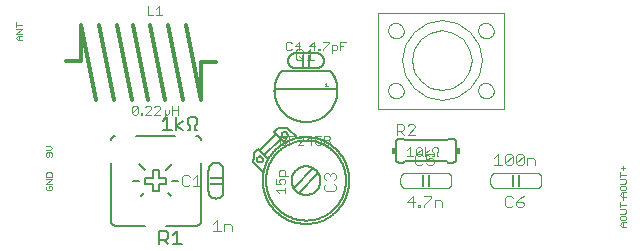
<source format=gto>
G75*
%MOIN*%
%OFA0B0*%
%FSLAX25Y25*%
%IPPOS*%
%LPD*%
%AMOC8*
5,1,8,0,0,1.08239X$1,22.5*
%
%ADD10C,0.00200*%
%ADD11C,0.00500*%
%ADD12R,0.04000X0.01000*%
%ADD13C,0.00300*%
%ADD14R,0.01000X0.04000*%
%ADD15C,0.00400*%
%ADD16C,0.00004*%
%ADD17C,0.00100*%
%ADD18C,0.00600*%
%ADD19R,0.01500X0.02000*%
%ADD20C,0.01200*%
D10*
X0014565Y0021485D02*
X0016033Y0021485D01*
X0016400Y0021852D01*
X0016400Y0022586D01*
X0016033Y0022953D01*
X0015299Y0022953D01*
X0015299Y0022219D01*
X0014565Y0021485D02*
X0014198Y0021852D01*
X0014198Y0022586D01*
X0014565Y0022953D01*
X0014198Y0023695D02*
X0016400Y0025163D01*
X0014198Y0025163D01*
X0014198Y0025905D02*
X0014198Y0027006D01*
X0014565Y0027373D01*
X0016033Y0027373D01*
X0016400Y0027006D01*
X0016400Y0025905D01*
X0014198Y0025905D01*
X0014198Y0023695D02*
X0016400Y0023695D01*
X0016033Y0032590D02*
X0016400Y0032957D01*
X0016400Y0033691D01*
X0016033Y0034058D01*
X0014565Y0034058D01*
X0014198Y0033691D01*
X0014198Y0032957D01*
X0014565Y0032590D01*
X0014932Y0032590D01*
X0015299Y0032957D01*
X0015299Y0034058D01*
X0015666Y0034800D02*
X0014198Y0034800D01*
X0015666Y0034800D02*
X0016400Y0035534D01*
X0015666Y0036268D01*
X0014198Y0036268D01*
X0006400Y0071485D02*
X0004932Y0071485D01*
X0004198Y0072219D01*
X0004932Y0072953D01*
X0006400Y0072953D01*
X0006400Y0073695D02*
X0004198Y0073695D01*
X0006400Y0075163D01*
X0004198Y0075163D01*
X0004198Y0075905D02*
X0004198Y0077373D01*
X0004198Y0076639D02*
X0006400Y0076639D01*
X0005299Y0072953D02*
X0005299Y0071485D01*
X0205598Y0027373D02*
X0205598Y0025905D01*
X0205598Y0026639D02*
X0207800Y0026639D01*
X0206699Y0028115D02*
X0206699Y0029583D01*
X0205965Y0028849D02*
X0207433Y0028849D01*
X0207433Y0025163D02*
X0205598Y0025163D01*
X0207433Y0025163D02*
X0207800Y0024796D01*
X0207800Y0024062D01*
X0207433Y0023695D01*
X0205598Y0023695D01*
X0205965Y0022953D02*
X0205598Y0022586D01*
X0205598Y0021852D01*
X0205965Y0021485D01*
X0207433Y0021485D01*
X0207800Y0021852D01*
X0207800Y0022586D01*
X0207433Y0022953D01*
X0205965Y0022953D01*
X0206332Y0020743D02*
X0207800Y0020743D01*
X0206699Y0020743D02*
X0206699Y0019275D01*
X0206699Y0019583D02*
X0206699Y0018115D01*
X0206332Y0019275D02*
X0205598Y0020009D01*
X0206332Y0020743D01*
X0206332Y0019275D02*
X0207800Y0019275D01*
X0205598Y0017373D02*
X0205598Y0015905D01*
X0205598Y0016639D02*
X0207800Y0016639D01*
X0207433Y0015163D02*
X0205598Y0015163D01*
X0207433Y0015163D02*
X0207800Y0014796D01*
X0207800Y0014062D01*
X0207433Y0013695D01*
X0205598Y0013695D01*
X0205965Y0012953D02*
X0205598Y0012586D01*
X0205598Y0011852D01*
X0205965Y0011485D01*
X0207433Y0011485D01*
X0207800Y0011852D01*
X0207800Y0012586D01*
X0207433Y0012953D01*
X0205965Y0012953D01*
X0206332Y0010743D02*
X0207800Y0010743D01*
X0206699Y0010743D02*
X0206699Y0009275D01*
X0206332Y0009275D02*
X0205598Y0010009D01*
X0206332Y0010743D01*
X0206332Y0009275D02*
X0207800Y0009275D01*
D11*
X0105104Y0027107D02*
X0098595Y0020599D01*
X0096991Y0022203D02*
X0103499Y0028712D01*
X0087665Y0024700D02*
X0087669Y0025027D01*
X0087681Y0025354D01*
X0087701Y0025681D01*
X0087729Y0026007D01*
X0087765Y0026332D01*
X0087809Y0026657D01*
X0087861Y0026980D01*
X0087921Y0027302D01*
X0087989Y0027622D01*
X0088065Y0027940D01*
X0088148Y0028257D01*
X0088239Y0028571D01*
X0088338Y0028883D01*
X0088445Y0029192D01*
X0088559Y0029499D01*
X0088680Y0029803D01*
X0088809Y0030104D01*
X0088945Y0030401D01*
X0089089Y0030696D01*
X0089240Y0030986D01*
X0089397Y0031273D01*
X0089562Y0031556D01*
X0089734Y0031834D01*
X0089912Y0032109D01*
X0090098Y0032378D01*
X0090289Y0032644D01*
X0090487Y0032904D01*
X0090692Y0033160D01*
X0090903Y0033410D01*
X0091119Y0033655D01*
X0091342Y0033895D01*
X0091571Y0034129D01*
X0091805Y0034358D01*
X0092045Y0034581D01*
X0092290Y0034797D01*
X0092540Y0035008D01*
X0092796Y0035213D01*
X0093056Y0035411D01*
X0093322Y0035602D01*
X0093591Y0035788D01*
X0093866Y0035966D01*
X0094144Y0036138D01*
X0094427Y0036303D01*
X0094714Y0036460D01*
X0095004Y0036611D01*
X0095299Y0036755D01*
X0095596Y0036891D01*
X0095897Y0037020D01*
X0096201Y0037141D01*
X0096508Y0037255D01*
X0096817Y0037362D01*
X0097129Y0037461D01*
X0097443Y0037552D01*
X0097760Y0037635D01*
X0098078Y0037711D01*
X0098398Y0037779D01*
X0098720Y0037839D01*
X0099043Y0037891D01*
X0099368Y0037935D01*
X0099693Y0037971D01*
X0100019Y0037999D01*
X0100346Y0038019D01*
X0100673Y0038031D01*
X0101000Y0038035D01*
X0101327Y0038031D01*
X0101654Y0038019D01*
X0101981Y0037999D01*
X0102307Y0037971D01*
X0102632Y0037935D01*
X0102957Y0037891D01*
X0103280Y0037839D01*
X0103602Y0037779D01*
X0103922Y0037711D01*
X0104240Y0037635D01*
X0104557Y0037552D01*
X0104871Y0037461D01*
X0105183Y0037362D01*
X0105492Y0037255D01*
X0105799Y0037141D01*
X0106103Y0037020D01*
X0106404Y0036891D01*
X0106701Y0036755D01*
X0106996Y0036611D01*
X0107286Y0036460D01*
X0107573Y0036303D01*
X0107856Y0036138D01*
X0108134Y0035966D01*
X0108409Y0035788D01*
X0108678Y0035602D01*
X0108944Y0035411D01*
X0109204Y0035213D01*
X0109460Y0035008D01*
X0109710Y0034797D01*
X0109955Y0034581D01*
X0110195Y0034358D01*
X0110429Y0034129D01*
X0110658Y0033895D01*
X0110881Y0033655D01*
X0111097Y0033410D01*
X0111308Y0033160D01*
X0111513Y0032904D01*
X0111711Y0032644D01*
X0111902Y0032378D01*
X0112088Y0032109D01*
X0112266Y0031834D01*
X0112438Y0031556D01*
X0112603Y0031273D01*
X0112760Y0030986D01*
X0112911Y0030696D01*
X0113055Y0030401D01*
X0113191Y0030104D01*
X0113320Y0029803D01*
X0113441Y0029499D01*
X0113555Y0029192D01*
X0113662Y0028883D01*
X0113761Y0028571D01*
X0113852Y0028257D01*
X0113935Y0027940D01*
X0114011Y0027622D01*
X0114079Y0027302D01*
X0114139Y0026980D01*
X0114191Y0026657D01*
X0114235Y0026332D01*
X0114271Y0026007D01*
X0114299Y0025681D01*
X0114319Y0025354D01*
X0114331Y0025027D01*
X0114335Y0024700D01*
X0114331Y0024373D01*
X0114319Y0024046D01*
X0114299Y0023719D01*
X0114271Y0023393D01*
X0114235Y0023068D01*
X0114191Y0022743D01*
X0114139Y0022420D01*
X0114079Y0022098D01*
X0114011Y0021778D01*
X0113935Y0021460D01*
X0113852Y0021143D01*
X0113761Y0020829D01*
X0113662Y0020517D01*
X0113555Y0020208D01*
X0113441Y0019901D01*
X0113320Y0019597D01*
X0113191Y0019296D01*
X0113055Y0018999D01*
X0112911Y0018704D01*
X0112760Y0018414D01*
X0112603Y0018127D01*
X0112438Y0017844D01*
X0112266Y0017566D01*
X0112088Y0017291D01*
X0111902Y0017022D01*
X0111711Y0016756D01*
X0111513Y0016496D01*
X0111308Y0016240D01*
X0111097Y0015990D01*
X0110881Y0015745D01*
X0110658Y0015505D01*
X0110429Y0015271D01*
X0110195Y0015042D01*
X0109955Y0014819D01*
X0109710Y0014603D01*
X0109460Y0014392D01*
X0109204Y0014187D01*
X0108944Y0013989D01*
X0108678Y0013798D01*
X0108409Y0013612D01*
X0108134Y0013434D01*
X0107856Y0013262D01*
X0107573Y0013097D01*
X0107286Y0012940D01*
X0106996Y0012789D01*
X0106701Y0012645D01*
X0106404Y0012509D01*
X0106103Y0012380D01*
X0105799Y0012259D01*
X0105492Y0012145D01*
X0105183Y0012038D01*
X0104871Y0011939D01*
X0104557Y0011848D01*
X0104240Y0011765D01*
X0103922Y0011689D01*
X0103602Y0011621D01*
X0103280Y0011561D01*
X0102957Y0011509D01*
X0102632Y0011465D01*
X0102307Y0011429D01*
X0101981Y0011401D01*
X0101654Y0011381D01*
X0101327Y0011369D01*
X0101000Y0011365D01*
X0100673Y0011369D01*
X0100346Y0011381D01*
X0100019Y0011401D01*
X0099693Y0011429D01*
X0099368Y0011465D01*
X0099043Y0011509D01*
X0098720Y0011561D01*
X0098398Y0011621D01*
X0098078Y0011689D01*
X0097760Y0011765D01*
X0097443Y0011848D01*
X0097129Y0011939D01*
X0096817Y0012038D01*
X0096508Y0012145D01*
X0096201Y0012259D01*
X0095897Y0012380D01*
X0095596Y0012509D01*
X0095299Y0012645D01*
X0095004Y0012789D01*
X0094714Y0012940D01*
X0094427Y0013097D01*
X0094144Y0013262D01*
X0093866Y0013434D01*
X0093591Y0013612D01*
X0093322Y0013798D01*
X0093056Y0013989D01*
X0092796Y0014187D01*
X0092540Y0014392D01*
X0092290Y0014603D01*
X0092045Y0014819D01*
X0091805Y0015042D01*
X0091571Y0015271D01*
X0091342Y0015505D01*
X0091119Y0015745D01*
X0090903Y0015990D01*
X0090692Y0016240D01*
X0090487Y0016496D01*
X0090289Y0016756D01*
X0090098Y0017022D01*
X0089912Y0017291D01*
X0089734Y0017566D01*
X0089562Y0017844D01*
X0089397Y0018127D01*
X0089240Y0018414D01*
X0089089Y0018704D01*
X0088945Y0018999D01*
X0088809Y0019296D01*
X0088680Y0019597D01*
X0088559Y0019901D01*
X0088445Y0020208D01*
X0088338Y0020517D01*
X0088239Y0020829D01*
X0088148Y0021143D01*
X0088065Y0021460D01*
X0087989Y0021778D01*
X0087921Y0022098D01*
X0087861Y0022420D01*
X0087809Y0022743D01*
X0087765Y0023068D01*
X0087729Y0023393D01*
X0087701Y0023719D01*
X0087681Y0024046D01*
X0087669Y0024373D01*
X0087665Y0024700D01*
X0086773Y0027658D02*
X0083405Y0031026D01*
X0083518Y0032503D01*
X0083630Y0033979D01*
X0084914Y0035263D01*
X0088261Y0031916D01*
X0087150Y0033161D02*
X0092557Y0038568D01*
X0092893Y0039980D02*
X0092895Y0040043D01*
X0092901Y0040105D01*
X0092911Y0040167D01*
X0092924Y0040229D01*
X0092942Y0040289D01*
X0092963Y0040348D01*
X0092988Y0040406D01*
X0093017Y0040462D01*
X0093049Y0040516D01*
X0093084Y0040568D01*
X0093122Y0040617D01*
X0093164Y0040665D01*
X0093208Y0040709D01*
X0093256Y0040751D01*
X0093305Y0040789D01*
X0093357Y0040824D01*
X0093411Y0040856D01*
X0093467Y0040885D01*
X0093525Y0040910D01*
X0093584Y0040931D01*
X0093644Y0040949D01*
X0093706Y0040962D01*
X0093768Y0040972D01*
X0093830Y0040978D01*
X0093893Y0040980D01*
X0093956Y0040978D01*
X0094018Y0040972D01*
X0094080Y0040962D01*
X0094142Y0040949D01*
X0094202Y0040931D01*
X0094261Y0040910D01*
X0094319Y0040885D01*
X0094375Y0040856D01*
X0094429Y0040824D01*
X0094481Y0040789D01*
X0094530Y0040751D01*
X0094578Y0040709D01*
X0094622Y0040665D01*
X0094664Y0040617D01*
X0094702Y0040568D01*
X0094737Y0040516D01*
X0094769Y0040462D01*
X0094798Y0040406D01*
X0094823Y0040348D01*
X0094844Y0040289D01*
X0094862Y0040229D01*
X0094875Y0040167D01*
X0094885Y0040105D01*
X0094891Y0040043D01*
X0094893Y0039980D01*
X0094891Y0039917D01*
X0094885Y0039855D01*
X0094875Y0039793D01*
X0094862Y0039731D01*
X0094844Y0039671D01*
X0094823Y0039612D01*
X0094798Y0039554D01*
X0094769Y0039498D01*
X0094737Y0039444D01*
X0094702Y0039392D01*
X0094664Y0039343D01*
X0094622Y0039295D01*
X0094578Y0039251D01*
X0094530Y0039209D01*
X0094481Y0039171D01*
X0094429Y0039136D01*
X0094375Y0039104D01*
X0094319Y0039075D01*
X0094261Y0039050D01*
X0094202Y0039029D01*
X0094142Y0039011D01*
X0094080Y0038998D01*
X0094018Y0038988D01*
X0093956Y0038982D01*
X0093893Y0038980D01*
X0093830Y0038982D01*
X0093768Y0038988D01*
X0093706Y0038998D01*
X0093644Y0039011D01*
X0093584Y0039029D01*
X0093525Y0039050D01*
X0093467Y0039075D01*
X0093411Y0039104D01*
X0093357Y0039136D01*
X0093305Y0039171D01*
X0093256Y0039209D01*
X0093208Y0039251D01*
X0093164Y0039295D01*
X0093122Y0039343D01*
X0093084Y0039392D01*
X0093049Y0039444D01*
X0093017Y0039498D01*
X0092988Y0039554D01*
X0092963Y0039612D01*
X0092942Y0039671D01*
X0092924Y0039731D01*
X0092911Y0039793D01*
X0092901Y0039855D01*
X0092895Y0039917D01*
X0092893Y0039980D01*
X0091060Y0040189D02*
X0088279Y0037408D01*
X0088278Y0037408D02*
X0085747Y0034877D01*
X0084640Y0031782D02*
X0084642Y0031845D01*
X0084648Y0031907D01*
X0084658Y0031969D01*
X0084671Y0032031D01*
X0084689Y0032091D01*
X0084710Y0032150D01*
X0084735Y0032208D01*
X0084764Y0032264D01*
X0084796Y0032318D01*
X0084831Y0032370D01*
X0084869Y0032419D01*
X0084911Y0032467D01*
X0084955Y0032511D01*
X0085003Y0032553D01*
X0085052Y0032591D01*
X0085104Y0032626D01*
X0085158Y0032658D01*
X0085214Y0032687D01*
X0085272Y0032712D01*
X0085331Y0032733D01*
X0085391Y0032751D01*
X0085453Y0032764D01*
X0085515Y0032774D01*
X0085577Y0032780D01*
X0085640Y0032782D01*
X0085703Y0032780D01*
X0085765Y0032774D01*
X0085827Y0032764D01*
X0085889Y0032751D01*
X0085949Y0032733D01*
X0086008Y0032712D01*
X0086066Y0032687D01*
X0086122Y0032658D01*
X0086176Y0032626D01*
X0086228Y0032591D01*
X0086277Y0032553D01*
X0086325Y0032511D01*
X0086369Y0032467D01*
X0086411Y0032419D01*
X0086449Y0032370D01*
X0086484Y0032318D01*
X0086516Y0032264D01*
X0086545Y0032208D01*
X0086570Y0032150D01*
X0086591Y0032091D01*
X0086609Y0032031D01*
X0086622Y0031969D01*
X0086632Y0031907D01*
X0086638Y0031845D01*
X0086640Y0031782D01*
X0086638Y0031719D01*
X0086632Y0031657D01*
X0086622Y0031595D01*
X0086609Y0031533D01*
X0086591Y0031473D01*
X0086570Y0031414D01*
X0086545Y0031356D01*
X0086516Y0031300D01*
X0086484Y0031246D01*
X0086449Y0031194D01*
X0086411Y0031145D01*
X0086369Y0031097D01*
X0086325Y0031053D01*
X0086277Y0031011D01*
X0086228Y0030973D01*
X0086176Y0030938D01*
X0086122Y0030906D01*
X0086066Y0030877D01*
X0086008Y0030852D01*
X0085949Y0030831D01*
X0085889Y0030813D01*
X0085827Y0030800D01*
X0085765Y0030790D01*
X0085703Y0030784D01*
X0085640Y0030782D01*
X0085577Y0030784D01*
X0085515Y0030790D01*
X0085453Y0030800D01*
X0085391Y0030813D01*
X0085331Y0030831D01*
X0085272Y0030852D01*
X0085214Y0030877D01*
X0085158Y0030906D01*
X0085104Y0030938D01*
X0085052Y0030973D01*
X0085003Y0031011D01*
X0084955Y0031053D01*
X0084911Y0031097D01*
X0084869Y0031145D01*
X0084831Y0031194D01*
X0084796Y0031246D01*
X0084764Y0031300D01*
X0084735Y0031356D01*
X0084710Y0031414D01*
X0084689Y0031473D01*
X0084671Y0031533D01*
X0084658Y0031595D01*
X0084648Y0031657D01*
X0084642Y0031719D01*
X0084640Y0031782D01*
X0073500Y0028200D02*
X0073500Y0021200D01*
X0071000Y0018700D02*
X0070902Y0018702D01*
X0070804Y0018708D01*
X0070706Y0018717D01*
X0070609Y0018731D01*
X0070512Y0018748D01*
X0070416Y0018769D01*
X0070321Y0018794D01*
X0070227Y0018822D01*
X0070135Y0018855D01*
X0070043Y0018890D01*
X0069953Y0018930D01*
X0069865Y0018972D01*
X0069778Y0019019D01*
X0069694Y0019068D01*
X0069611Y0019121D01*
X0069531Y0019177D01*
X0069452Y0019237D01*
X0069376Y0019299D01*
X0069303Y0019364D01*
X0069232Y0019432D01*
X0069164Y0019503D01*
X0069099Y0019576D01*
X0069037Y0019652D01*
X0068977Y0019731D01*
X0068921Y0019811D01*
X0068868Y0019894D01*
X0068819Y0019978D01*
X0068772Y0020065D01*
X0068730Y0020153D01*
X0068690Y0020243D01*
X0068655Y0020335D01*
X0068622Y0020427D01*
X0068594Y0020521D01*
X0068569Y0020616D01*
X0068548Y0020712D01*
X0068531Y0020809D01*
X0068517Y0020906D01*
X0068508Y0021004D01*
X0068502Y0021102D01*
X0068500Y0021200D01*
X0068500Y0028200D01*
X0071000Y0030700D02*
X0071098Y0030698D01*
X0071196Y0030692D01*
X0071294Y0030683D01*
X0071391Y0030669D01*
X0071488Y0030652D01*
X0071584Y0030631D01*
X0071679Y0030606D01*
X0071773Y0030578D01*
X0071865Y0030545D01*
X0071957Y0030510D01*
X0072047Y0030470D01*
X0072135Y0030428D01*
X0072222Y0030381D01*
X0072306Y0030332D01*
X0072389Y0030279D01*
X0072469Y0030223D01*
X0072548Y0030163D01*
X0072624Y0030101D01*
X0072697Y0030036D01*
X0072768Y0029968D01*
X0072836Y0029897D01*
X0072901Y0029824D01*
X0072963Y0029748D01*
X0073023Y0029669D01*
X0073079Y0029589D01*
X0073132Y0029506D01*
X0073181Y0029422D01*
X0073228Y0029335D01*
X0073270Y0029247D01*
X0073310Y0029157D01*
X0073345Y0029065D01*
X0073378Y0028973D01*
X0073406Y0028879D01*
X0073431Y0028784D01*
X0073452Y0028688D01*
X0073469Y0028591D01*
X0073483Y0028494D01*
X0073492Y0028396D01*
X0073498Y0028298D01*
X0073500Y0028200D01*
X0071000Y0030700D02*
X0070902Y0030698D01*
X0070804Y0030692D01*
X0070706Y0030683D01*
X0070609Y0030669D01*
X0070512Y0030652D01*
X0070416Y0030631D01*
X0070321Y0030606D01*
X0070227Y0030578D01*
X0070135Y0030545D01*
X0070043Y0030510D01*
X0069953Y0030470D01*
X0069865Y0030428D01*
X0069778Y0030381D01*
X0069694Y0030332D01*
X0069611Y0030279D01*
X0069531Y0030223D01*
X0069452Y0030163D01*
X0069376Y0030101D01*
X0069303Y0030036D01*
X0069232Y0029968D01*
X0069164Y0029897D01*
X0069099Y0029824D01*
X0069037Y0029748D01*
X0068977Y0029669D01*
X0068921Y0029589D01*
X0068868Y0029506D01*
X0068819Y0029422D01*
X0068772Y0029335D01*
X0068730Y0029247D01*
X0068690Y0029157D01*
X0068655Y0029065D01*
X0068622Y0028973D01*
X0068594Y0028879D01*
X0068569Y0028784D01*
X0068548Y0028688D01*
X0068531Y0028591D01*
X0068517Y0028494D01*
X0068508Y0028396D01*
X0068502Y0028298D01*
X0068500Y0028200D01*
X0073500Y0021200D02*
X0073498Y0021102D01*
X0073492Y0021004D01*
X0073483Y0020906D01*
X0073469Y0020809D01*
X0073452Y0020712D01*
X0073431Y0020616D01*
X0073406Y0020521D01*
X0073378Y0020427D01*
X0073345Y0020335D01*
X0073310Y0020243D01*
X0073270Y0020153D01*
X0073228Y0020065D01*
X0073181Y0019978D01*
X0073132Y0019894D01*
X0073079Y0019811D01*
X0073023Y0019731D01*
X0072963Y0019652D01*
X0072901Y0019576D01*
X0072836Y0019503D01*
X0072768Y0019432D01*
X0072697Y0019364D01*
X0072624Y0019299D01*
X0072548Y0019237D01*
X0072469Y0019177D01*
X0072389Y0019121D01*
X0072306Y0019068D01*
X0072222Y0019019D01*
X0072135Y0018972D01*
X0072047Y0018930D01*
X0071957Y0018890D01*
X0071865Y0018855D01*
X0071773Y0018822D01*
X0071679Y0018794D01*
X0071584Y0018769D01*
X0071488Y0018748D01*
X0071391Y0018731D01*
X0071294Y0018717D01*
X0071196Y0018708D01*
X0071098Y0018702D01*
X0071000Y0018700D01*
X0070902Y0018702D01*
X0070804Y0018708D01*
X0070706Y0018717D01*
X0070609Y0018731D01*
X0070512Y0018748D01*
X0070416Y0018769D01*
X0070321Y0018794D01*
X0070227Y0018822D01*
X0070135Y0018855D01*
X0070043Y0018890D01*
X0069953Y0018930D01*
X0069865Y0018972D01*
X0069778Y0019019D01*
X0069694Y0019068D01*
X0069611Y0019121D01*
X0069531Y0019177D01*
X0069452Y0019237D01*
X0069376Y0019299D01*
X0069303Y0019364D01*
X0069232Y0019432D01*
X0069164Y0019503D01*
X0069099Y0019576D01*
X0069037Y0019652D01*
X0068977Y0019731D01*
X0068921Y0019811D01*
X0068868Y0019894D01*
X0068819Y0019978D01*
X0068772Y0020065D01*
X0068730Y0020153D01*
X0068690Y0020243D01*
X0068655Y0020335D01*
X0068622Y0020427D01*
X0068594Y0020521D01*
X0068569Y0020616D01*
X0068548Y0020712D01*
X0068531Y0020809D01*
X0068517Y0020906D01*
X0068508Y0021004D01*
X0068502Y0021102D01*
X0068500Y0021200D01*
X0058147Y0007954D02*
X0058147Y0003450D01*
X0056646Y0003450D02*
X0059649Y0003450D01*
X0056646Y0006453D02*
X0058147Y0007954D01*
X0055045Y0007203D02*
X0055045Y0005702D01*
X0054294Y0004951D01*
X0052042Y0004951D01*
X0052042Y0003450D02*
X0052042Y0007954D01*
X0054294Y0007954D01*
X0055045Y0007203D01*
X0053543Y0004951D02*
X0055045Y0003450D01*
X0086556Y0024700D02*
X0086560Y0025054D01*
X0086573Y0025409D01*
X0086595Y0025763D01*
X0086626Y0026116D01*
X0086665Y0026468D01*
X0086712Y0026819D01*
X0086769Y0027169D01*
X0086834Y0027518D01*
X0086907Y0027865D01*
X0086989Y0028210D01*
X0087079Y0028552D01*
X0087178Y0028893D01*
X0087285Y0029231D01*
X0087400Y0029566D01*
X0087524Y0029898D01*
X0087655Y0030227D01*
X0087795Y0030553D01*
X0087943Y0030876D01*
X0088098Y0031194D01*
X0088262Y0031509D01*
X0088432Y0031819D01*
X0088611Y0032126D01*
X0088797Y0032428D01*
X0088990Y0032725D01*
X0089191Y0033017D01*
X0089398Y0033304D01*
X0089613Y0033586D01*
X0089835Y0033863D01*
X0090063Y0034134D01*
X0090298Y0034400D01*
X0090539Y0034660D01*
X0090787Y0034913D01*
X0091040Y0035161D01*
X0091300Y0035402D01*
X0091566Y0035637D01*
X0091837Y0035865D01*
X0092114Y0036087D01*
X0092396Y0036302D01*
X0092683Y0036509D01*
X0092975Y0036710D01*
X0093272Y0036903D01*
X0093574Y0037089D01*
X0093881Y0037268D01*
X0094191Y0037438D01*
X0094506Y0037602D01*
X0094824Y0037757D01*
X0095147Y0037905D01*
X0095473Y0038045D01*
X0095802Y0038176D01*
X0096134Y0038300D01*
X0096469Y0038415D01*
X0096807Y0038522D01*
X0097148Y0038621D01*
X0097490Y0038711D01*
X0097835Y0038793D01*
X0098182Y0038866D01*
X0098531Y0038931D01*
X0098881Y0038988D01*
X0099232Y0039035D01*
X0099584Y0039074D01*
X0099937Y0039105D01*
X0100291Y0039127D01*
X0100646Y0039140D01*
X0101000Y0039144D01*
X0101354Y0039140D01*
X0101709Y0039127D01*
X0102063Y0039105D01*
X0102416Y0039074D01*
X0102768Y0039035D01*
X0103119Y0038988D01*
X0103469Y0038931D01*
X0103818Y0038866D01*
X0104165Y0038793D01*
X0104510Y0038711D01*
X0104852Y0038621D01*
X0105193Y0038522D01*
X0105531Y0038415D01*
X0105866Y0038300D01*
X0106198Y0038176D01*
X0106527Y0038045D01*
X0106853Y0037905D01*
X0107176Y0037757D01*
X0107494Y0037602D01*
X0107809Y0037438D01*
X0108119Y0037268D01*
X0108426Y0037089D01*
X0108728Y0036903D01*
X0109025Y0036710D01*
X0109317Y0036509D01*
X0109604Y0036302D01*
X0109886Y0036087D01*
X0110163Y0035865D01*
X0110434Y0035637D01*
X0110700Y0035402D01*
X0110960Y0035161D01*
X0111213Y0034913D01*
X0111461Y0034660D01*
X0111702Y0034400D01*
X0111937Y0034134D01*
X0112165Y0033863D01*
X0112387Y0033586D01*
X0112602Y0033304D01*
X0112809Y0033017D01*
X0113010Y0032725D01*
X0113203Y0032428D01*
X0113389Y0032126D01*
X0113568Y0031819D01*
X0113738Y0031509D01*
X0113902Y0031194D01*
X0114057Y0030876D01*
X0114205Y0030553D01*
X0114345Y0030227D01*
X0114476Y0029898D01*
X0114600Y0029566D01*
X0114715Y0029231D01*
X0114822Y0028893D01*
X0114921Y0028552D01*
X0115011Y0028210D01*
X0115093Y0027865D01*
X0115166Y0027518D01*
X0115231Y0027169D01*
X0115288Y0026819D01*
X0115335Y0026468D01*
X0115374Y0026116D01*
X0115405Y0025763D01*
X0115427Y0025409D01*
X0115440Y0025054D01*
X0115444Y0024700D01*
X0115440Y0024346D01*
X0115427Y0023991D01*
X0115405Y0023637D01*
X0115374Y0023284D01*
X0115335Y0022932D01*
X0115288Y0022581D01*
X0115231Y0022231D01*
X0115166Y0021882D01*
X0115093Y0021535D01*
X0115011Y0021190D01*
X0114921Y0020848D01*
X0114822Y0020507D01*
X0114715Y0020169D01*
X0114600Y0019834D01*
X0114476Y0019502D01*
X0114345Y0019173D01*
X0114205Y0018847D01*
X0114057Y0018524D01*
X0113902Y0018206D01*
X0113738Y0017891D01*
X0113568Y0017581D01*
X0113389Y0017274D01*
X0113203Y0016972D01*
X0113010Y0016675D01*
X0112809Y0016383D01*
X0112602Y0016096D01*
X0112387Y0015814D01*
X0112165Y0015537D01*
X0111937Y0015266D01*
X0111702Y0015000D01*
X0111461Y0014740D01*
X0111213Y0014487D01*
X0110960Y0014239D01*
X0110700Y0013998D01*
X0110434Y0013763D01*
X0110163Y0013535D01*
X0109886Y0013313D01*
X0109604Y0013098D01*
X0109317Y0012891D01*
X0109025Y0012690D01*
X0108728Y0012497D01*
X0108426Y0012311D01*
X0108119Y0012132D01*
X0107809Y0011962D01*
X0107494Y0011798D01*
X0107176Y0011643D01*
X0106853Y0011495D01*
X0106527Y0011355D01*
X0106198Y0011224D01*
X0105866Y0011100D01*
X0105531Y0010985D01*
X0105193Y0010878D01*
X0104852Y0010779D01*
X0104510Y0010689D01*
X0104165Y0010607D01*
X0103818Y0010534D01*
X0103469Y0010469D01*
X0103119Y0010412D01*
X0102768Y0010365D01*
X0102416Y0010326D01*
X0102063Y0010295D01*
X0101709Y0010273D01*
X0101354Y0010260D01*
X0101000Y0010256D01*
X0100646Y0010260D01*
X0100291Y0010273D01*
X0099937Y0010295D01*
X0099584Y0010326D01*
X0099232Y0010365D01*
X0098881Y0010412D01*
X0098531Y0010469D01*
X0098182Y0010534D01*
X0097835Y0010607D01*
X0097490Y0010689D01*
X0097148Y0010779D01*
X0096807Y0010878D01*
X0096469Y0010985D01*
X0096134Y0011100D01*
X0095802Y0011224D01*
X0095473Y0011355D01*
X0095147Y0011495D01*
X0094824Y0011643D01*
X0094506Y0011798D01*
X0094191Y0011962D01*
X0093881Y0012132D01*
X0093574Y0012311D01*
X0093272Y0012497D01*
X0092975Y0012690D01*
X0092683Y0012891D01*
X0092396Y0013098D01*
X0092114Y0013313D01*
X0091837Y0013535D01*
X0091566Y0013763D01*
X0091300Y0013998D01*
X0091040Y0014239D01*
X0090787Y0014487D01*
X0090539Y0014740D01*
X0090298Y0015000D01*
X0090063Y0015266D01*
X0089835Y0015537D01*
X0089613Y0015814D01*
X0089398Y0016096D01*
X0089191Y0016383D01*
X0088990Y0016675D01*
X0088797Y0016972D01*
X0088611Y0017274D01*
X0088432Y0017581D01*
X0088262Y0017891D01*
X0088098Y0018206D01*
X0087943Y0018524D01*
X0087795Y0018847D01*
X0087655Y0019173D01*
X0087524Y0019502D01*
X0087400Y0019834D01*
X0087285Y0020169D01*
X0087178Y0020507D01*
X0087079Y0020848D01*
X0086989Y0021190D01*
X0086907Y0021535D01*
X0086834Y0021882D01*
X0086769Y0022231D01*
X0086712Y0022581D01*
X0086665Y0022932D01*
X0086626Y0023284D01*
X0086595Y0023637D01*
X0086573Y0023991D01*
X0086560Y0024346D01*
X0086556Y0024700D01*
X0096200Y0024700D02*
X0096202Y0024838D01*
X0096208Y0024977D01*
X0096218Y0025115D01*
X0096232Y0025252D01*
X0096250Y0025389D01*
X0096272Y0025526D01*
X0096297Y0025662D01*
X0096327Y0025797D01*
X0096361Y0025931D01*
X0096398Y0026064D01*
X0096439Y0026196D01*
X0096484Y0026327D01*
X0096533Y0026457D01*
X0096585Y0026585D01*
X0096642Y0026711D01*
X0096701Y0026836D01*
X0096765Y0026959D01*
X0096832Y0027080D01*
X0096902Y0027199D01*
X0096976Y0027316D01*
X0097053Y0027431D01*
X0097133Y0027544D01*
X0097217Y0027654D01*
X0097303Y0027762D01*
X0097393Y0027867D01*
X0097486Y0027970D01*
X0097582Y0028070D01*
X0097680Y0028167D01*
X0097781Y0028261D01*
X0097885Y0028352D01*
X0097992Y0028440D01*
X0098101Y0028526D01*
X0098212Y0028608D01*
X0098326Y0028686D01*
X0098442Y0028762D01*
X0098560Y0028834D01*
X0098680Y0028902D01*
X0098802Y0028967D01*
X0098926Y0029029D01*
X0099052Y0029087D01*
X0099179Y0029141D01*
X0099308Y0029192D01*
X0099438Y0029239D01*
X0099569Y0029282D01*
X0099702Y0029321D01*
X0099836Y0029357D01*
X0099970Y0029388D01*
X0100106Y0029416D01*
X0100242Y0029440D01*
X0100379Y0029460D01*
X0100517Y0029476D01*
X0100654Y0029488D01*
X0100793Y0029496D01*
X0100931Y0029500D01*
X0101069Y0029500D01*
X0101207Y0029496D01*
X0101346Y0029488D01*
X0101483Y0029476D01*
X0101621Y0029460D01*
X0101758Y0029440D01*
X0101894Y0029416D01*
X0102030Y0029388D01*
X0102164Y0029357D01*
X0102298Y0029321D01*
X0102431Y0029282D01*
X0102562Y0029239D01*
X0102692Y0029192D01*
X0102821Y0029141D01*
X0102948Y0029087D01*
X0103074Y0029029D01*
X0103198Y0028967D01*
X0103320Y0028902D01*
X0103440Y0028834D01*
X0103558Y0028762D01*
X0103674Y0028686D01*
X0103788Y0028608D01*
X0103899Y0028526D01*
X0104008Y0028440D01*
X0104115Y0028352D01*
X0104219Y0028261D01*
X0104320Y0028167D01*
X0104418Y0028070D01*
X0104514Y0027970D01*
X0104607Y0027867D01*
X0104697Y0027762D01*
X0104783Y0027654D01*
X0104867Y0027544D01*
X0104947Y0027431D01*
X0105024Y0027316D01*
X0105098Y0027199D01*
X0105168Y0027080D01*
X0105235Y0026959D01*
X0105299Y0026836D01*
X0105358Y0026711D01*
X0105415Y0026585D01*
X0105467Y0026457D01*
X0105516Y0026327D01*
X0105561Y0026196D01*
X0105602Y0026064D01*
X0105639Y0025931D01*
X0105673Y0025797D01*
X0105703Y0025662D01*
X0105728Y0025526D01*
X0105750Y0025389D01*
X0105768Y0025252D01*
X0105782Y0025115D01*
X0105792Y0024977D01*
X0105798Y0024838D01*
X0105800Y0024700D01*
X0105798Y0024562D01*
X0105792Y0024423D01*
X0105782Y0024285D01*
X0105768Y0024148D01*
X0105750Y0024011D01*
X0105728Y0023874D01*
X0105703Y0023738D01*
X0105673Y0023603D01*
X0105639Y0023469D01*
X0105602Y0023336D01*
X0105561Y0023204D01*
X0105516Y0023073D01*
X0105467Y0022943D01*
X0105415Y0022815D01*
X0105358Y0022689D01*
X0105299Y0022564D01*
X0105235Y0022441D01*
X0105168Y0022320D01*
X0105098Y0022201D01*
X0105024Y0022084D01*
X0104947Y0021969D01*
X0104867Y0021856D01*
X0104783Y0021746D01*
X0104697Y0021638D01*
X0104607Y0021533D01*
X0104514Y0021430D01*
X0104418Y0021330D01*
X0104320Y0021233D01*
X0104219Y0021139D01*
X0104115Y0021048D01*
X0104008Y0020960D01*
X0103899Y0020874D01*
X0103788Y0020792D01*
X0103674Y0020714D01*
X0103558Y0020638D01*
X0103440Y0020566D01*
X0103320Y0020498D01*
X0103198Y0020433D01*
X0103074Y0020371D01*
X0102948Y0020313D01*
X0102821Y0020259D01*
X0102692Y0020208D01*
X0102562Y0020161D01*
X0102431Y0020118D01*
X0102298Y0020079D01*
X0102164Y0020043D01*
X0102030Y0020012D01*
X0101894Y0019984D01*
X0101758Y0019960D01*
X0101621Y0019940D01*
X0101483Y0019924D01*
X0101346Y0019912D01*
X0101207Y0019904D01*
X0101069Y0019900D01*
X0100931Y0019900D01*
X0100793Y0019904D01*
X0100654Y0019912D01*
X0100517Y0019924D01*
X0100379Y0019940D01*
X0100242Y0019960D01*
X0100106Y0019984D01*
X0099970Y0020012D01*
X0099836Y0020043D01*
X0099702Y0020079D01*
X0099569Y0020118D01*
X0099438Y0020161D01*
X0099308Y0020208D01*
X0099179Y0020259D01*
X0099052Y0020313D01*
X0098926Y0020371D01*
X0098802Y0020433D01*
X0098680Y0020498D01*
X0098560Y0020566D01*
X0098442Y0020638D01*
X0098326Y0020714D01*
X0098212Y0020792D01*
X0098101Y0020874D01*
X0097992Y0020960D01*
X0097885Y0021048D01*
X0097781Y0021139D01*
X0097680Y0021233D01*
X0097582Y0021330D01*
X0097486Y0021430D01*
X0097393Y0021533D01*
X0097303Y0021638D01*
X0097217Y0021746D01*
X0097133Y0021856D01*
X0097053Y0021969D01*
X0096976Y0022084D01*
X0096902Y0022201D01*
X0096832Y0022320D01*
X0096765Y0022441D01*
X0096701Y0022564D01*
X0096642Y0022689D01*
X0096585Y0022815D01*
X0096533Y0022943D01*
X0096484Y0023073D01*
X0096439Y0023204D01*
X0096398Y0023336D01*
X0096361Y0023469D01*
X0096327Y0023603D01*
X0096297Y0023738D01*
X0096272Y0023874D01*
X0096250Y0024011D01*
X0096232Y0024148D01*
X0096218Y0024285D01*
X0096208Y0024423D01*
X0096202Y0024562D01*
X0096200Y0024700D01*
X0093770Y0037425D02*
X0090423Y0040772D01*
X0091707Y0042055D01*
X0093178Y0042162D01*
X0094648Y0042269D01*
X0097857Y0039060D01*
X0064649Y0041450D02*
X0063898Y0041450D01*
X0063898Y0042951D01*
X0064649Y0043702D01*
X0064649Y0045203D01*
X0063898Y0045954D01*
X0062397Y0045954D01*
X0061646Y0045203D01*
X0061646Y0043702D01*
X0062397Y0042951D01*
X0062397Y0041450D01*
X0061646Y0041450D01*
X0060061Y0041450D02*
X0057809Y0042951D01*
X0060061Y0044453D01*
X0057809Y0045954D02*
X0057809Y0041450D01*
X0056208Y0041450D02*
X0053206Y0041450D01*
X0054707Y0041450D02*
X0054707Y0045954D01*
X0053206Y0044453D01*
X0090512Y0055200D02*
X0111488Y0055200D01*
X0110502Y0059172D02*
X0110398Y0059387D01*
X0110289Y0059600D01*
X0110175Y0059810D01*
X0110056Y0060017D01*
X0109933Y0060222D01*
X0109805Y0060424D01*
X0109672Y0060623D01*
X0109535Y0060818D01*
X0109394Y0061011D01*
X0109248Y0061200D01*
X0092752Y0061200D01*
X0097500Y0062200D02*
X0104500Y0062200D01*
X0104598Y0062202D01*
X0104696Y0062208D01*
X0104794Y0062217D01*
X0104891Y0062231D01*
X0104988Y0062248D01*
X0105084Y0062269D01*
X0105179Y0062294D01*
X0105273Y0062322D01*
X0105365Y0062355D01*
X0105457Y0062390D01*
X0105547Y0062430D01*
X0105635Y0062472D01*
X0105722Y0062519D01*
X0105806Y0062568D01*
X0105889Y0062621D01*
X0105969Y0062677D01*
X0106048Y0062737D01*
X0106124Y0062799D01*
X0106197Y0062864D01*
X0106268Y0062932D01*
X0106336Y0063003D01*
X0106401Y0063076D01*
X0106463Y0063152D01*
X0106523Y0063231D01*
X0106579Y0063311D01*
X0106632Y0063394D01*
X0106681Y0063478D01*
X0106728Y0063565D01*
X0106770Y0063653D01*
X0106810Y0063743D01*
X0106845Y0063835D01*
X0106878Y0063927D01*
X0106906Y0064021D01*
X0106931Y0064116D01*
X0106952Y0064212D01*
X0106969Y0064309D01*
X0106983Y0064406D01*
X0106992Y0064504D01*
X0106998Y0064602D01*
X0107000Y0064700D01*
X0106998Y0064798D01*
X0106992Y0064896D01*
X0106983Y0064994D01*
X0106969Y0065091D01*
X0106952Y0065188D01*
X0106931Y0065284D01*
X0106906Y0065379D01*
X0106878Y0065473D01*
X0106845Y0065565D01*
X0106810Y0065657D01*
X0106770Y0065747D01*
X0106728Y0065835D01*
X0106681Y0065922D01*
X0106632Y0066006D01*
X0106579Y0066089D01*
X0106523Y0066169D01*
X0106463Y0066248D01*
X0106401Y0066324D01*
X0106336Y0066397D01*
X0106268Y0066468D01*
X0106197Y0066536D01*
X0106124Y0066601D01*
X0106048Y0066663D01*
X0105969Y0066723D01*
X0105889Y0066779D01*
X0105806Y0066832D01*
X0105722Y0066881D01*
X0105635Y0066928D01*
X0105547Y0066970D01*
X0105457Y0067010D01*
X0105365Y0067045D01*
X0105273Y0067078D01*
X0105179Y0067106D01*
X0105084Y0067131D01*
X0104988Y0067152D01*
X0104891Y0067169D01*
X0104794Y0067183D01*
X0104696Y0067192D01*
X0104598Y0067198D01*
X0104500Y0067200D01*
X0097500Y0067200D01*
X0097402Y0067198D01*
X0097304Y0067192D01*
X0097206Y0067183D01*
X0097109Y0067169D01*
X0097012Y0067152D01*
X0096916Y0067131D01*
X0096821Y0067106D01*
X0096727Y0067078D01*
X0096635Y0067045D01*
X0096543Y0067010D01*
X0096453Y0066970D01*
X0096365Y0066928D01*
X0096278Y0066881D01*
X0096194Y0066832D01*
X0096111Y0066779D01*
X0096031Y0066723D01*
X0095952Y0066663D01*
X0095876Y0066601D01*
X0095803Y0066536D01*
X0095732Y0066468D01*
X0095664Y0066397D01*
X0095599Y0066324D01*
X0095537Y0066248D01*
X0095477Y0066169D01*
X0095421Y0066089D01*
X0095368Y0066006D01*
X0095319Y0065922D01*
X0095272Y0065835D01*
X0095230Y0065747D01*
X0095190Y0065657D01*
X0095155Y0065565D01*
X0095122Y0065473D01*
X0095094Y0065379D01*
X0095069Y0065284D01*
X0095048Y0065188D01*
X0095031Y0065091D01*
X0095017Y0064994D01*
X0095008Y0064896D01*
X0095002Y0064798D01*
X0095000Y0064700D01*
X0095002Y0064602D01*
X0095008Y0064504D01*
X0095017Y0064406D01*
X0095031Y0064309D01*
X0095048Y0064212D01*
X0095069Y0064116D01*
X0095094Y0064021D01*
X0095122Y0063927D01*
X0095155Y0063835D01*
X0095190Y0063743D01*
X0095230Y0063653D01*
X0095272Y0063565D01*
X0095319Y0063478D01*
X0095368Y0063394D01*
X0095421Y0063311D01*
X0095477Y0063231D01*
X0095537Y0063152D01*
X0095599Y0063076D01*
X0095664Y0063003D01*
X0095732Y0062932D01*
X0095803Y0062864D01*
X0095876Y0062799D01*
X0095952Y0062737D01*
X0096031Y0062677D01*
X0096111Y0062621D01*
X0096194Y0062568D01*
X0096278Y0062519D01*
X0096365Y0062472D01*
X0096453Y0062430D01*
X0096543Y0062390D01*
X0096635Y0062355D01*
X0096727Y0062322D01*
X0096821Y0062294D01*
X0096916Y0062269D01*
X0097012Y0062248D01*
X0097109Y0062231D01*
X0097206Y0062217D01*
X0097304Y0062208D01*
X0097402Y0062202D01*
X0097500Y0062200D01*
X0095000Y0064700D02*
X0095002Y0064798D01*
X0095008Y0064896D01*
X0095017Y0064994D01*
X0095031Y0065091D01*
X0095048Y0065188D01*
X0095069Y0065284D01*
X0095094Y0065379D01*
X0095122Y0065473D01*
X0095155Y0065565D01*
X0095190Y0065657D01*
X0095230Y0065747D01*
X0095272Y0065835D01*
X0095319Y0065922D01*
X0095368Y0066006D01*
X0095421Y0066089D01*
X0095477Y0066169D01*
X0095537Y0066248D01*
X0095599Y0066324D01*
X0095664Y0066397D01*
X0095732Y0066468D01*
X0095803Y0066536D01*
X0095876Y0066601D01*
X0095952Y0066663D01*
X0096031Y0066723D01*
X0096111Y0066779D01*
X0096194Y0066832D01*
X0096278Y0066881D01*
X0096365Y0066928D01*
X0096453Y0066970D01*
X0096543Y0067010D01*
X0096635Y0067045D01*
X0096727Y0067078D01*
X0096821Y0067106D01*
X0096916Y0067131D01*
X0097012Y0067152D01*
X0097109Y0067169D01*
X0097206Y0067183D01*
X0097304Y0067192D01*
X0097402Y0067198D01*
X0097500Y0067200D01*
X0090512Y0055200D02*
X0090503Y0054944D01*
X0090500Y0054688D01*
X0090503Y0054432D01*
X0090513Y0054176D01*
X0090529Y0053921D01*
X0090551Y0053666D01*
X0090579Y0053411D01*
X0090614Y0053158D01*
X0090655Y0052905D01*
X0090701Y0052653D01*
X0090754Y0052403D01*
X0090813Y0052154D01*
X0090879Y0051906D01*
X0090950Y0051660D01*
X0091027Y0051416D01*
X0091110Y0051174D01*
X0091199Y0050934D01*
X0091293Y0050696D01*
X0091394Y0050461D01*
X0091500Y0050228D01*
X0091454Y0059078D02*
X0091561Y0059303D01*
X0091673Y0059526D01*
X0091790Y0059746D01*
X0091912Y0059963D01*
X0092040Y0060178D01*
X0092173Y0060389D01*
X0092310Y0060597D01*
X0092453Y0060801D01*
X0092600Y0061003D01*
X0092752Y0061200D01*
X0111488Y0055200D02*
X0111497Y0054944D01*
X0111500Y0054688D01*
X0111497Y0054432D01*
X0111487Y0054176D01*
X0111471Y0053921D01*
X0111449Y0053666D01*
X0111421Y0053411D01*
X0111386Y0053158D01*
X0111345Y0052905D01*
X0111299Y0052653D01*
X0111246Y0052403D01*
X0111187Y0052154D01*
X0111121Y0051906D01*
X0111050Y0051660D01*
X0110973Y0051416D01*
X0110890Y0051174D01*
X0110801Y0050934D01*
X0110707Y0050696D01*
X0110606Y0050461D01*
X0110500Y0050228D01*
X0111488Y0055200D02*
X0111473Y0055457D01*
X0111451Y0055714D01*
X0111423Y0055970D01*
X0111389Y0056225D01*
X0111348Y0056479D01*
X0111301Y0056732D01*
X0111248Y0056984D01*
X0111189Y0057235D01*
X0111124Y0057484D01*
X0111053Y0057731D01*
X0110976Y0057977D01*
X0110892Y0058221D01*
X0110803Y0058462D01*
X0110708Y0058701D01*
X0110607Y0058938D01*
X0110500Y0059172D01*
X0110500Y0050228D02*
X0110388Y0049998D01*
X0110271Y0049771D01*
X0110149Y0049547D01*
X0110021Y0049326D01*
X0109887Y0049109D01*
X0109749Y0048894D01*
X0109605Y0048683D01*
X0109456Y0048476D01*
X0109302Y0048272D01*
X0109144Y0048072D01*
X0108980Y0047876D01*
X0108812Y0047684D01*
X0108639Y0047496D01*
X0108461Y0047312D01*
X0108280Y0047133D01*
X0108093Y0046958D01*
X0107903Y0046788D01*
X0107709Y0046623D01*
X0107510Y0046462D01*
X0107308Y0046306D01*
X0107102Y0046155D01*
X0106892Y0046009D01*
X0106679Y0045869D01*
X0106463Y0045733D01*
X0106243Y0045603D01*
X0106020Y0045478D01*
X0105795Y0045359D01*
X0105566Y0045245D01*
X0105335Y0045137D01*
X0105101Y0045034D01*
X0104865Y0044937D01*
X0104626Y0044846D01*
X0104386Y0044761D01*
X0104143Y0044681D01*
X0103898Y0044608D01*
X0103652Y0044540D01*
X0103404Y0044479D01*
X0103155Y0044424D01*
X0102905Y0044374D01*
X0102653Y0044331D01*
X0102400Y0044294D01*
X0102147Y0044263D01*
X0101893Y0044238D01*
X0101638Y0044219D01*
X0101383Y0044207D01*
X0101128Y0044201D01*
X0100872Y0044201D01*
X0100617Y0044207D01*
X0100362Y0044219D01*
X0100107Y0044238D01*
X0099853Y0044263D01*
X0099600Y0044294D01*
X0099347Y0044331D01*
X0099095Y0044374D01*
X0098845Y0044424D01*
X0098596Y0044479D01*
X0098348Y0044540D01*
X0098102Y0044608D01*
X0097857Y0044681D01*
X0097614Y0044761D01*
X0097374Y0044846D01*
X0097135Y0044937D01*
X0096899Y0045034D01*
X0096665Y0045137D01*
X0096434Y0045245D01*
X0096205Y0045359D01*
X0095980Y0045478D01*
X0095757Y0045603D01*
X0095537Y0045733D01*
X0095321Y0045869D01*
X0095108Y0046009D01*
X0094898Y0046155D01*
X0094692Y0046306D01*
X0094490Y0046462D01*
X0094291Y0046623D01*
X0094097Y0046788D01*
X0093907Y0046958D01*
X0093720Y0047133D01*
X0093539Y0047312D01*
X0093361Y0047496D01*
X0093188Y0047684D01*
X0093020Y0047876D01*
X0092856Y0048072D01*
X0092698Y0048272D01*
X0092544Y0048476D01*
X0092395Y0048683D01*
X0092251Y0048894D01*
X0092113Y0049109D01*
X0091979Y0049326D01*
X0091851Y0049547D01*
X0091729Y0049771D01*
X0091612Y0049998D01*
X0091500Y0050228D01*
X0090512Y0055200D02*
X0090527Y0055457D01*
X0090549Y0055714D01*
X0090577Y0055970D01*
X0090611Y0056225D01*
X0090652Y0056479D01*
X0090699Y0056732D01*
X0090752Y0056984D01*
X0090811Y0057235D01*
X0090876Y0057484D01*
X0090947Y0057731D01*
X0091024Y0057977D01*
X0091108Y0058221D01*
X0091197Y0058462D01*
X0091292Y0058701D01*
X0091393Y0058938D01*
X0091500Y0059172D01*
D12*
X0071000Y0025700D03*
X0071000Y0023700D03*
D13*
X0065936Y0022850D02*
X0063467Y0022850D01*
X0064701Y0022850D02*
X0064701Y0026553D01*
X0063467Y0025319D01*
X0062252Y0025936D02*
X0061635Y0026553D01*
X0060401Y0026553D01*
X0059784Y0025936D01*
X0059784Y0023467D01*
X0060401Y0022850D01*
X0061635Y0022850D01*
X0062252Y0023467D01*
X0091148Y0023377D02*
X0092599Y0023377D01*
X0092115Y0024344D01*
X0092115Y0024828D01*
X0092599Y0025312D01*
X0093566Y0025312D01*
X0094050Y0024828D01*
X0094050Y0023860D01*
X0093566Y0023377D01*
X0094050Y0022365D02*
X0094050Y0020430D01*
X0094050Y0021398D02*
X0091148Y0021398D01*
X0092115Y0020430D01*
X0091148Y0023377D02*
X0091148Y0025312D01*
X0092115Y0026323D02*
X0092115Y0027774D01*
X0092599Y0028258D01*
X0093566Y0028258D01*
X0094050Y0027774D01*
X0094050Y0026323D01*
X0095017Y0026323D02*
X0092115Y0026323D01*
X0107147Y0026702D02*
X0107147Y0025467D01*
X0107764Y0024850D01*
X0107764Y0023636D02*
X0107147Y0023018D01*
X0107147Y0021784D01*
X0107764Y0021167D01*
X0110233Y0021167D01*
X0110850Y0021784D01*
X0110850Y0023018D01*
X0110233Y0023636D01*
X0110233Y0024850D02*
X0110850Y0025467D01*
X0110850Y0026702D01*
X0110233Y0027319D01*
X0109616Y0027319D01*
X0108998Y0026702D01*
X0108998Y0026084D01*
X0108998Y0026702D02*
X0108381Y0027319D01*
X0107764Y0027319D01*
X0107147Y0026702D01*
X0107043Y0036650D02*
X0108494Y0036650D01*
X0108978Y0037134D01*
X0108978Y0037617D01*
X0108494Y0038101D01*
X0107043Y0038101D01*
X0106031Y0038101D02*
X0106031Y0037134D01*
X0105548Y0036650D01*
X0104580Y0036650D01*
X0104097Y0037134D01*
X0104097Y0038101D02*
X0105064Y0038585D01*
X0105548Y0038585D01*
X0106031Y0038101D01*
X0104097Y0038101D02*
X0104097Y0039552D01*
X0106031Y0039552D01*
X0107043Y0039552D02*
X0108494Y0039552D01*
X0108978Y0039069D01*
X0108978Y0038585D01*
X0108494Y0038101D01*
X0107043Y0036650D02*
X0107043Y0039552D01*
X0103085Y0038101D02*
X0101150Y0038101D01*
X0102601Y0039552D01*
X0102601Y0036650D01*
X0100138Y0036650D02*
X0098203Y0036650D01*
X0100138Y0038585D01*
X0100138Y0039069D01*
X0099655Y0039552D01*
X0098687Y0039552D01*
X0098203Y0039069D01*
X0097192Y0039552D02*
X0095257Y0039552D01*
X0095257Y0036650D01*
X0094245Y0037134D02*
X0093762Y0036650D01*
X0092310Y0036650D01*
X0092310Y0039552D01*
X0093762Y0039552D01*
X0094245Y0039069D01*
X0094245Y0038585D01*
X0093762Y0038101D01*
X0092310Y0038101D01*
X0093762Y0038101D02*
X0094245Y0037617D01*
X0094245Y0037134D01*
X0095257Y0038101D02*
X0096224Y0038101D01*
X0134750Y0034885D02*
X0135717Y0035852D01*
X0135717Y0032950D01*
X0135717Y0035852D01*
X0134750Y0034885D01*
X0137697Y0035369D02*
X0137697Y0033434D01*
X0139631Y0035369D01*
X0139631Y0033434D01*
X0139148Y0032950D01*
X0138180Y0032950D01*
X0137697Y0033434D01*
X0139631Y0035369D01*
X0139148Y0035852D01*
X0138180Y0035852D01*
X0137697Y0035369D01*
X0138180Y0035852D01*
X0139148Y0035852D01*
X0139631Y0035369D01*
X0139631Y0033434D01*
X0139148Y0032950D01*
X0138180Y0032950D01*
X0137697Y0033434D01*
X0137697Y0035369D01*
X0138084Y0033553D02*
X0137467Y0032936D01*
X0137467Y0030467D01*
X0138084Y0029850D01*
X0139318Y0029850D01*
X0139936Y0030467D01*
X0141150Y0030467D02*
X0141767Y0029850D01*
X0143002Y0029850D01*
X0143619Y0030467D01*
X0143619Y0031702D01*
X0143002Y0032319D01*
X0142384Y0032319D01*
X0141150Y0031702D01*
X0141150Y0033553D01*
X0143619Y0033553D01*
X0143582Y0033917D02*
X0143098Y0034401D01*
X0143098Y0035369D01*
X0143582Y0035852D01*
X0144550Y0035852D01*
X0145033Y0035369D01*
X0145033Y0034401D01*
X0144550Y0033917D01*
X0144550Y0032950D01*
X0145033Y0032950D01*
X0144550Y0032950D01*
X0144550Y0033917D01*
X0145033Y0034401D01*
X0145033Y0035369D01*
X0144550Y0035852D01*
X0143582Y0035852D01*
X0143098Y0035369D01*
X0143098Y0034401D01*
X0143582Y0033917D01*
X0143582Y0032950D01*
X0143098Y0032950D01*
X0143582Y0032950D01*
X0143582Y0033917D01*
X0142094Y0032950D02*
X0140643Y0033917D01*
X0142094Y0034885D01*
X0140643Y0033917D01*
X0142094Y0032950D01*
X0140643Y0032950D02*
X0140643Y0035852D01*
X0140643Y0032950D01*
X0139936Y0032936D02*
X0139318Y0033553D01*
X0138084Y0033553D01*
X0136685Y0032950D02*
X0134750Y0032950D01*
X0136685Y0032950D01*
X0163784Y0032319D02*
X0165018Y0033553D01*
X0165018Y0029850D01*
X0163784Y0029850D02*
X0166252Y0029850D01*
X0167467Y0030467D02*
X0169936Y0032936D01*
X0169936Y0030467D01*
X0169318Y0029850D01*
X0168084Y0029850D01*
X0167467Y0030467D01*
X0167467Y0032936D01*
X0168084Y0033553D01*
X0169318Y0033553D01*
X0169936Y0032936D01*
X0171150Y0032936D02*
X0171767Y0033553D01*
X0173002Y0033553D01*
X0173619Y0032936D01*
X0171150Y0030467D01*
X0171767Y0029850D01*
X0173002Y0029850D01*
X0173619Y0030467D01*
X0173619Y0032936D01*
X0174833Y0032319D02*
X0176685Y0032319D01*
X0177302Y0031702D01*
X0177302Y0029850D01*
X0174833Y0029850D02*
X0174833Y0032319D01*
X0171150Y0032936D02*
X0171150Y0030467D01*
X0169318Y0019553D02*
X0168084Y0019553D01*
X0167467Y0018936D01*
X0167467Y0016467D01*
X0168084Y0015850D01*
X0169318Y0015850D01*
X0169936Y0016467D01*
X0171150Y0016467D02*
X0171767Y0015850D01*
X0173002Y0015850D01*
X0173619Y0016467D01*
X0173619Y0017084D01*
X0173002Y0017702D01*
X0171150Y0017702D01*
X0171150Y0016467D01*
X0171150Y0017702D02*
X0172384Y0018936D01*
X0173619Y0019553D01*
X0169936Y0018936D02*
X0169318Y0019553D01*
X0146381Y0017702D02*
X0146381Y0015850D01*
X0146381Y0017702D02*
X0145764Y0018319D01*
X0143912Y0018319D01*
X0143912Y0015850D01*
X0142698Y0018936D02*
X0140229Y0016467D01*
X0140229Y0015850D01*
X0139005Y0015850D02*
X0139005Y0016467D01*
X0138388Y0016467D01*
X0138388Y0015850D01*
X0139005Y0015850D01*
X0136556Y0015850D02*
X0136556Y0019553D01*
X0134705Y0017702D01*
X0137173Y0017702D01*
X0140229Y0019553D02*
X0142698Y0019553D01*
X0142698Y0018936D01*
X0076302Y0009702D02*
X0076302Y0007850D01*
X0073833Y0007850D02*
X0073833Y0010319D01*
X0075685Y0010319D01*
X0076302Y0009702D01*
X0072619Y0007850D02*
X0070150Y0007850D01*
X0071384Y0007850D02*
X0071384Y0011553D01*
X0070150Y0010319D01*
X0053360Y0045683D02*
X0053844Y0046166D01*
X0053844Y0047134D01*
X0054327Y0046650D01*
X0054811Y0046650D01*
X0055295Y0047134D01*
X0055295Y0048101D01*
X0056306Y0048101D02*
X0058241Y0048101D01*
X0058241Y0049552D02*
X0058241Y0046650D01*
X0056306Y0046650D02*
X0056306Y0049552D01*
X0053844Y0048101D02*
X0053844Y0047134D01*
X0052348Y0046650D02*
X0050413Y0046650D01*
X0052348Y0048585D01*
X0052348Y0049069D01*
X0051865Y0049552D01*
X0050897Y0049552D01*
X0050413Y0049069D01*
X0049402Y0049069D02*
X0048918Y0049552D01*
X0047951Y0049552D01*
X0047467Y0049069D01*
X0049402Y0049069D02*
X0049402Y0048585D01*
X0047467Y0046650D01*
X0049402Y0046650D01*
X0046477Y0046650D02*
X0045994Y0046650D01*
X0045994Y0047134D01*
X0046477Y0047134D01*
X0046477Y0046650D01*
X0044982Y0047134D02*
X0044498Y0046650D01*
X0043531Y0046650D01*
X0043047Y0047134D01*
X0044982Y0049069D01*
X0044982Y0047134D01*
X0043047Y0047134D02*
X0043047Y0049069D01*
X0043531Y0049552D01*
X0044498Y0049552D01*
X0044982Y0049069D01*
X0094257Y0068584D02*
X0094741Y0068100D01*
X0095708Y0068100D01*
X0096192Y0068584D01*
X0097203Y0069551D02*
X0099138Y0069551D01*
X0098655Y0068100D02*
X0098655Y0071002D01*
X0097203Y0069551D01*
X0096192Y0070519D02*
X0095708Y0071002D01*
X0094741Y0071002D01*
X0094257Y0070519D01*
X0094257Y0068584D01*
X0102150Y0069551D02*
X0104085Y0069551D01*
X0105097Y0068584D02*
X0105580Y0068584D01*
X0105580Y0068100D01*
X0105097Y0068100D01*
X0105097Y0068584D01*
X0106570Y0068584D02*
X0106570Y0068100D01*
X0106570Y0068584D02*
X0108505Y0070519D01*
X0108505Y0071002D01*
X0106570Y0071002D01*
X0109516Y0070035D02*
X0110968Y0070035D01*
X0111451Y0069551D01*
X0111451Y0068584D01*
X0110968Y0068100D01*
X0109516Y0068100D01*
X0109516Y0067133D02*
X0109516Y0070035D01*
X0112463Y0069551D02*
X0113430Y0069551D01*
X0112463Y0068100D02*
X0112463Y0071002D01*
X0114398Y0071002D01*
X0103601Y0071002D02*
X0103601Y0068100D01*
X0102150Y0069551D02*
X0103601Y0071002D01*
X0053085Y0079850D02*
X0051150Y0079850D01*
X0052117Y0079850D02*
X0052117Y0082752D01*
X0051150Y0081785D01*
X0050138Y0079850D02*
X0048203Y0079850D01*
X0048203Y0082752D01*
D14*
X0100000Y0064700D03*
X0102000Y0064700D03*
X0140000Y0024700D03*
X0142000Y0024700D03*
X0170000Y0024700D03*
X0172000Y0024700D03*
D15*
X0178000Y0022200D02*
X0178076Y0022202D01*
X0178152Y0022208D01*
X0178227Y0022217D01*
X0178302Y0022231D01*
X0178376Y0022248D01*
X0178449Y0022269D01*
X0178521Y0022293D01*
X0178592Y0022322D01*
X0178661Y0022353D01*
X0178728Y0022388D01*
X0178793Y0022427D01*
X0178857Y0022469D01*
X0178918Y0022514D01*
X0178977Y0022562D01*
X0179033Y0022613D01*
X0179087Y0022667D01*
X0179138Y0022723D01*
X0179186Y0022782D01*
X0179231Y0022843D01*
X0179273Y0022907D01*
X0179312Y0022972D01*
X0179347Y0023039D01*
X0179378Y0023108D01*
X0179407Y0023179D01*
X0179431Y0023251D01*
X0179452Y0023324D01*
X0179469Y0023398D01*
X0179483Y0023473D01*
X0179492Y0023548D01*
X0179498Y0023624D01*
X0179500Y0023700D01*
X0179500Y0025700D01*
X0179498Y0025776D01*
X0179492Y0025852D01*
X0179483Y0025927D01*
X0179469Y0026002D01*
X0179452Y0026076D01*
X0179431Y0026149D01*
X0179407Y0026221D01*
X0179378Y0026292D01*
X0179347Y0026361D01*
X0179312Y0026428D01*
X0179273Y0026493D01*
X0179231Y0026557D01*
X0179186Y0026618D01*
X0179138Y0026677D01*
X0179087Y0026733D01*
X0179033Y0026787D01*
X0178977Y0026838D01*
X0178918Y0026886D01*
X0178857Y0026931D01*
X0178793Y0026973D01*
X0178728Y0027012D01*
X0178661Y0027047D01*
X0178592Y0027078D01*
X0178521Y0027107D01*
X0178449Y0027131D01*
X0178376Y0027152D01*
X0178302Y0027169D01*
X0178227Y0027183D01*
X0178152Y0027192D01*
X0178076Y0027198D01*
X0178000Y0027200D01*
X0164000Y0027200D01*
X0163924Y0027198D01*
X0163848Y0027192D01*
X0163773Y0027183D01*
X0163698Y0027169D01*
X0163624Y0027152D01*
X0163551Y0027131D01*
X0163479Y0027107D01*
X0163408Y0027078D01*
X0163339Y0027047D01*
X0163272Y0027012D01*
X0163207Y0026973D01*
X0163143Y0026931D01*
X0163082Y0026886D01*
X0163023Y0026838D01*
X0162967Y0026787D01*
X0162913Y0026733D01*
X0162862Y0026677D01*
X0162814Y0026618D01*
X0162769Y0026557D01*
X0162727Y0026493D01*
X0162688Y0026428D01*
X0162653Y0026361D01*
X0162622Y0026292D01*
X0162593Y0026221D01*
X0162569Y0026149D01*
X0162548Y0026076D01*
X0162531Y0026002D01*
X0162517Y0025927D01*
X0162508Y0025852D01*
X0162502Y0025776D01*
X0162500Y0025700D01*
X0162500Y0023700D01*
X0162502Y0023624D01*
X0162508Y0023548D01*
X0162517Y0023473D01*
X0162531Y0023398D01*
X0162548Y0023324D01*
X0162569Y0023251D01*
X0162593Y0023179D01*
X0162622Y0023108D01*
X0162653Y0023039D01*
X0162688Y0022972D01*
X0162727Y0022907D01*
X0162769Y0022843D01*
X0162814Y0022782D01*
X0162862Y0022723D01*
X0162913Y0022667D01*
X0162967Y0022613D01*
X0163023Y0022562D01*
X0163082Y0022514D01*
X0163143Y0022469D01*
X0163207Y0022427D01*
X0163272Y0022388D01*
X0163339Y0022353D01*
X0163408Y0022322D01*
X0163479Y0022293D01*
X0163551Y0022269D01*
X0163624Y0022248D01*
X0163698Y0022231D01*
X0163773Y0022217D01*
X0163848Y0022208D01*
X0163924Y0022202D01*
X0164000Y0022200D01*
X0178000Y0022200D01*
X0149500Y0023700D02*
X0149500Y0025700D01*
X0149498Y0025776D01*
X0149492Y0025852D01*
X0149483Y0025927D01*
X0149469Y0026002D01*
X0149452Y0026076D01*
X0149431Y0026149D01*
X0149407Y0026221D01*
X0149378Y0026292D01*
X0149347Y0026361D01*
X0149312Y0026428D01*
X0149273Y0026493D01*
X0149231Y0026557D01*
X0149186Y0026618D01*
X0149138Y0026677D01*
X0149087Y0026733D01*
X0149033Y0026787D01*
X0148977Y0026838D01*
X0148918Y0026886D01*
X0148857Y0026931D01*
X0148793Y0026973D01*
X0148728Y0027012D01*
X0148661Y0027047D01*
X0148592Y0027078D01*
X0148521Y0027107D01*
X0148449Y0027131D01*
X0148376Y0027152D01*
X0148302Y0027169D01*
X0148227Y0027183D01*
X0148152Y0027192D01*
X0148076Y0027198D01*
X0148000Y0027200D01*
X0134000Y0027200D01*
X0133924Y0027198D01*
X0133848Y0027192D01*
X0133773Y0027183D01*
X0133698Y0027169D01*
X0133624Y0027152D01*
X0133551Y0027131D01*
X0133479Y0027107D01*
X0133408Y0027078D01*
X0133339Y0027047D01*
X0133272Y0027012D01*
X0133207Y0026973D01*
X0133143Y0026931D01*
X0133082Y0026886D01*
X0133023Y0026838D01*
X0132967Y0026787D01*
X0132913Y0026733D01*
X0132862Y0026677D01*
X0132814Y0026618D01*
X0132769Y0026557D01*
X0132727Y0026493D01*
X0132688Y0026428D01*
X0132653Y0026361D01*
X0132622Y0026292D01*
X0132593Y0026221D01*
X0132569Y0026149D01*
X0132548Y0026076D01*
X0132531Y0026002D01*
X0132517Y0025927D01*
X0132508Y0025852D01*
X0132502Y0025776D01*
X0132500Y0025700D01*
X0132500Y0023700D01*
X0132502Y0023624D01*
X0132508Y0023548D01*
X0132517Y0023473D01*
X0132531Y0023398D01*
X0132548Y0023324D01*
X0132569Y0023251D01*
X0132593Y0023179D01*
X0132622Y0023108D01*
X0132653Y0023039D01*
X0132688Y0022972D01*
X0132727Y0022907D01*
X0132769Y0022843D01*
X0132814Y0022782D01*
X0132862Y0022723D01*
X0132913Y0022667D01*
X0132967Y0022613D01*
X0133023Y0022562D01*
X0133082Y0022514D01*
X0133143Y0022469D01*
X0133207Y0022427D01*
X0133272Y0022388D01*
X0133339Y0022353D01*
X0133408Y0022322D01*
X0133479Y0022293D01*
X0133551Y0022269D01*
X0133624Y0022248D01*
X0133698Y0022231D01*
X0133773Y0022217D01*
X0133848Y0022208D01*
X0133924Y0022202D01*
X0134000Y0022200D01*
X0148000Y0022200D01*
X0148076Y0022202D01*
X0148152Y0022208D01*
X0148227Y0022217D01*
X0148302Y0022231D01*
X0148376Y0022248D01*
X0148449Y0022269D01*
X0148521Y0022293D01*
X0148592Y0022322D01*
X0148661Y0022353D01*
X0148728Y0022388D01*
X0148793Y0022427D01*
X0148857Y0022469D01*
X0148918Y0022514D01*
X0148977Y0022562D01*
X0149033Y0022613D01*
X0149087Y0022667D01*
X0149138Y0022723D01*
X0149186Y0022782D01*
X0149231Y0022843D01*
X0149273Y0022907D01*
X0149312Y0022972D01*
X0149347Y0023039D01*
X0149378Y0023108D01*
X0149407Y0023179D01*
X0149431Y0023251D01*
X0149452Y0023324D01*
X0149469Y0023398D01*
X0149483Y0023473D01*
X0149492Y0023548D01*
X0149498Y0023624D01*
X0149500Y0023700D01*
X0137285Y0040000D02*
X0134883Y0040000D01*
X0137285Y0042402D01*
X0137285Y0043003D01*
X0136685Y0043603D01*
X0135484Y0043603D01*
X0134883Y0043003D01*
X0135484Y0043603D01*
X0136685Y0043603D01*
X0137285Y0043003D01*
X0137285Y0042402D01*
X0134883Y0040000D01*
X0137285Y0040000D01*
X0133602Y0040000D02*
X0132401Y0041201D01*
X0133602Y0040000D01*
X0133002Y0041201D02*
X0131200Y0041201D01*
X0133002Y0041201D01*
X0133602Y0041802D01*
X0133602Y0043003D01*
X0133002Y0043603D01*
X0131200Y0043603D01*
X0131200Y0040000D01*
X0131200Y0043603D01*
X0133002Y0043603D01*
X0133602Y0043003D01*
X0133602Y0041802D01*
X0133002Y0041201D01*
X0103602Y0064900D02*
X0101200Y0064900D01*
X0102401Y0064900D02*
X0102401Y0068503D01*
X0101200Y0067302D01*
X0099919Y0067903D02*
X0099318Y0068503D01*
X0098117Y0068503D01*
X0097517Y0067903D01*
X0097517Y0065501D01*
X0098117Y0064900D01*
X0099318Y0064900D01*
X0099919Y0065501D01*
X0099919Y0067903D01*
X0098718Y0066101D02*
X0099919Y0064900D01*
D16*
X0128337Y0074571D02*
X0128774Y0076170D01*
X0130095Y0077198D01*
X0131760Y0077235D01*
X0133117Y0076278D01*
X0133644Y0074696D01*
X0133190Y0073227D01*
X0132002Y0072242D01*
X0130344Y0072126D01*
X0128934Y0073015D01*
X0128337Y0074571D01*
X0134014Y0069882D02*
X0136897Y0074182D01*
X0141198Y0077065D01*
X0146277Y0078073D01*
X0151366Y0077065D01*
X0155666Y0074182D01*
X0158549Y0069882D01*
X0159557Y0064801D01*
X0158549Y0059722D01*
X0155666Y0055414D01*
X0151359Y0052530D01*
X0146277Y0051524D01*
X0141206Y0052530D01*
X0136897Y0055414D01*
X0134014Y0059722D01*
X0133008Y0064801D01*
X0134014Y0069882D01*
X0137082Y0068612D02*
X0136328Y0064801D01*
X0137082Y0060991D01*
X0139241Y0057758D01*
X0142475Y0055605D01*
X0146277Y0054845D01*
X0150095Y0055598D01*
X0153322Y0057758D01*
X0155483Y0060983D01*
X0156236Y0064801D01*
X0155483Y0068612D01*
X0153322Y0071838D01*
X0150095Y0073999D01*
X0146277Y0074753D01*
X0142466Y0073999D01*
X0139241Y0071838D01*
X0137082Y0068612D01*
X0158369Y0074563D02*
X0158961Y0073015D01*
X0160368Y0072126D01*
X0162033Y0072242D01*
X0163223Y0073220D01*
X0163667Y0074696D01*
X0163151Y0076278D01*
X0161792Y0077235D01*
X0160121Y0077190D01*
X0158805Y0076170D01*
X0158369Y0074563D01*
X0167000Y0080700D02*
X0167000Y0048700D01*
X0125000Y0048700D01*
X0125000Y0080700D01*
X0167000Y0080700D01*
X0161738Y0057203D02*
X0160075Y0057159D01*
X0158759Y0056131D01*
X0158323Y0054531D01*
X0158915Y0052977D01*
X0160323Y0052085D01*
X0161987Y0052210D01*
X0163178Y0053188D01*
X0163622Y0054662D01*
X0163105Y0056240D01*
X0161738Y0057203D01*
X0133654Y0054688D02*
X0133208Y0053215D01*
X0132019Y0052237D01*
X0130354Y0052112D01*
X0128945Y0053004D01*
X0128354Y0054558D01*
X0128792Y0056158D01*
X0130105Y0057186D01*
X0131777Y0057230D01*
X0133135Y0056267D01*
X0133654Y0054688D01*
D17*
X0108179Y0056050D02*
X0107445Y0056050D01*
X0107812Y0056050D02*
X0107812Y0057151D01*
X0107445Y0056784D01*
D18*
X0036000Y0030700D02*
X0036000Y0011200D01*
X0036002Y0011124D01*
X0036008Y0011048D01*
X0036017Y0010973D01*
X0036031Y0010898D01*
X0036048Y0010824D01*
X0036069Y0010751D01*
X0036093Y0010679D01*
X0036122Y0010608D01*
X0036153Y0010539D01*
X0036188Y0010472D01*
X0036227Y0010407D01*
X0036269Y0010343D01*
X0036314Y0010282D01*
X0036362Y0010223D01*
X0036413Y0010167D01*
X0036467Y0010113D01*
X0036523Y0010062D01*
X0036582Y0010014D01*
X0036643Y0009969D01*
X0036707Y0009927D01*
X0036772Y0009888D01*
X0036839Y0009853D01*
X0036908Y0009822D01*
X0036979Y0009793D01*
X0037051Y0009769D01*
X0037124Y0009748D01*
X0037198Y0009731D01*
X0037273Y0009717D01*
X0037348Y0009708D01*
X0037424Y0009702D01*
X0037500Y0009700D01*
X0047500Y0009700D01*
X0054500Y0009700D02*
X0064500Y0009700D01*
X0064576Y0009702D01*
X0064652Y0009708D01*
X0064727Y0009717D01*
X0064802Y0009731D01*
X0064876Y0009748D01*
X0064949Y0009769D01*
X0065021Y0009793D01*
X0065092Y0009822D01*
X0065161Y0009853D01*
X0065228Y0009888D01*
X0065293Y0009927D01*
X0065357Y0009969D01*
X0065418Y0010014D01*
X0065477Y0010062D01*
X0065533Y0010113D01*
X0065587Y0010167D01*
X0065638Y0010223D01*
X0065686Y0010282D01*
X0065731Y0010343D01*
X0065773Y0010407D01*
X0065812Y0010472D01*
X0065847Y0010539D01*
X0065878Y0010608D01*
X0065907Y0010679D01*
X0065931Y0010751D01*
X0065952Y0010824D01*
X0065969Y0010898D01*
X0065983Y0010973D01*
X0065992Y0011048D01*
X0065998Y0011124D01*
X0066000Y0011200D01*
X0066000Y0030700D01*
X0056500Y0030200D02*
X0054500Y0028200D01*
X0052000Y0028200D02*
X0052000Y0025700D01*
X0054500Y0025700D01*
X0054500Y0023700D01*
X0052000Y0023700D01*
X0052000Y0021200D01*
X0050000Y0021200D01*
X0050000Y0023700D01*
X0047500Y0023700D01*
X0047500Y0025700D01*
X0050000Y0025700D01*
X0050000Y0028200D01*
X0052000Y0028200D01*
X0047500Y0028200D02*
X0045500Y0030200D01*
X0045500Y0024700D02*
X0043500Y0024700D01*
X0047000Y0020700D02*
X0046000Y0019700D01*
X0055000Y0020700D02*
X0056000Y0019700D01*
X0056500Y0024700D02*
X0058500Y0024700D01*
X0066000Y0038200D02*
X0065998Y0038276D01*
X0065992Y0038352D01*
X0065983Y0038427D01*
X0065969Y0038502D01*
X0065952Y0038576D01*
X0065931Y0038649D01*
X0065907Y0038721D01*
X0065878Y0038792D01*
X0065847Y0038861D01*
X0065812Y0038928D01*
X0065773Y0038993D01*
X0065731Y0039057D01*
X0065686Y0039118D01*
X0065638Y0039177D01*
X0065587Y0039233D01*
X0065533Y0039287D01*
X0065477Y0039338D01*
X0065418Y0039386D01*
X0065357Y0039431D01*
X0065293Y0039473D01*
X0065228Y0039512D01*
X0065161Y0039547D01*
X0065092Y0039578D01*
X0065021Y0039607D01*
X0064949Y0039631D01*
X0064876Y0039652D01*
X0064802Y0039669D01*
X0064727Y0039683D01*
X0064652Y0039692D01*
X0064576Y0039698D01*
X0064500Y0039700D01*
X0057500Y0039700D02*
X0044500Y0039700D01*
X0037500Y0039700D02*
X0037424Y0039698D01*
X0037348Y0039692D01*
X0037273Y0039683D01*
X0037198Y0039669D01*
X0037124Y0039652D01*
X0037051Y0039631D01*
X0036979Y0039607D01*
X0036908Y0039578D01*
X0036839Y0039547D01*
X0036772Y0039512D01*
X0036707Y0039473D01*
X0036643Y0039431D01*
X0036582Y0039386D01*
X0036523Y0039338D01*
X0036467Y0039287D01*
X0036413Y0039233D01*
X0036362Y0039177D01*
X0036314Y0039118D01*
X0036269Y0039057D01*
X0036227Y0038993D01*
X0036188Y0038928D01*
X0036153Y0038861D01*
X0036122Y0038792D01*
X0036093Y0038721D01*
X0036069Y0038649D01*
X0036048Y0038576D01*
X0036031Y0038502D01*
X0036017Y0038427D01*
X0036008Y0038352D01*
X0036002Y0038276D01*
X0036000Y0038200D01*
X0131000Y0037700D02*
X0131000Y0031700D01*
X0131002Y0031640D01*
X0131007Y0031579D01*
X0131016Y0031520D01*
X0131029Y0031461D01*
X0131045Y0031402D01*
X0131065Y0031345D01*
X0131088Y0031290D01*
X0131115Y0031235D01*
X0131144Y0031183D01*
X0131177Y0031132D01*
X0131213Y0031083D01*
X0131251Y0031037D01*
X0131293Y0030993D01*
X0131337Y0030951D01*
X0131383Y0030913D01*
X0131432Y0030877D01*
X0131483Y0030844D01*
X0131535Y0030815D01*
X0131590Y0030788D01*
X0131645Y0030765D01*
X0131702Y0030745D01*
X0131761Y0030729D01*
X0131820Y0030716D01*
X0131879Y0030707D01*
X0131940Y0030702D01*
X0132000Y0030700D01*
X0133500Y0030700D01*
X0134000Y0031200D01*
X0148000Y0031200D01*
X0148500Y0030700D01*
X0150000Y0030700D01*
X0150060Y0030702D01*
X0150121Y0030707D01*
X0150180Y0030716D01*
X0150239Y0030729D01*
X0150298Y0030745D01*
X0150355Y0030765D01*
X0150410Y0030788D01*
X0150465Y0030815D01*
X0150517Y0030844D01*
X0150568Y0030877D01*
X0150617Y0030913D01*
X0150663Y0030951D01*
X0150707Y0030993D01*
X0150749Y0031037D01*
X0150787Y0031083D01*
X0150823Y0031132D01*
X0150856Y0031183D01*
X0150885Y0031235D01*
X0150912Y0031290D01*
X0150935Y0031345D01*
X0150955Y0031402D01*
X0150971Y0031461D01*
X0150984Y0031520D01*
X0150993Y0031579D01*
X0150998Y0031640D01*
X0151000Y0031700D01*
X0151000Y0037700D01*
X0150998Y0037760D01*
X0150993Y0037821D01*
X0150984Y0037880D01*
X0150971Y0037939D01*
X0150955Y0037998D01*
X0150935Y0038055D01*
X0150912Y0038110D01*
X0150885Y0038165D01*
X0150856Y0038217D01*
X0150823Y0038268D01*
X0150787Y0038317D01*
X0150749Y0038363D01*
X0150707Y0038407D01*
X0150663Y0038449D01*
X0150617Y0038487D01*
X0150568Y0038523D01*
X0150517Y0038556D01*
X0150465Y0038585D01*
X0150410Y0038612D01*
X0150355Y0038635D01*
X0150298Y0038655D01*
X0150239Y0038671D01*
X0150180Y0038684D01*
X0150121Y0038693D01*
X0150060Y0038698D01*
X0150000Y0038700D01*
X0148500Y0038700D01*
X0148000Y0038200D01*
X0134000Y0038200D01*
X0133500Y0038700D01*
X0132000Y0038700D01*
X0131940Y0038698D01*
X0131879Y0038693D01*
X0131820Y0038684D01*
X0131761Y0038671D01*
X0131702Y0038655D01*
X0131645Y0038635D01*
X0131590Y0038612D01*
X0131535Y0038585D01*
X0131483Y0038556D01*
X0131432Y0038523D01*
X0131383Y0038487D01*
X0131337Y0038449D01*
X0131293Y0038407D01*
X0131251Y0038363D01*
X0131213Y0038317D01*
X0131177Y0038268D01*
X0131144Y0038217D01*
X0131115Y0038165D01*
X0131088Y0038110D01*
X0131065Y0038055D01*
X0131045Y0037998D01*
X0131029Y0037939D01*
X0131016Y0037880D01*
X0131007Y0037821D01*
X0131002Y0037760D01*
X0131000Y0037700D01*
X0131002Y0037760D01*
X0131007Y0037821D01*
X0131016Y0037880D01*
X0131029Y0037939D01*
X0131045Y0037998D01*
X0131065Y0038055D01*
X0131088Y0038110D01*
X0131115Y0038165D01*
X0131144Y0038217D01*
X0131177Y0038268D01*
X0131213Y0038317D01*
X0131251Y0038363D01*
X0131293Y0038407D01*
X0131337Y0038449D01*
X0131383Y0038487D01*
X0131432Y0038523D01*
X0131483Y0038556D01*
X0131535Y0038585D01*
X0131590Y0038612D01*
X0131645Y0038635D01*
X0131702Y0038655D01*
X0131761Y0038671D01*
X0131820Y0038684D01*
X0131879Y0038693D01*
X0131940Y0038698D01*
X0132000Y0038700D01*
X0150000Y0038700D02*
X0150060Y0038698D01*
X0150121Y0038693D01*
X0150180Y0038684D01*
X0150239Y0038671D01*
X0150298Y0038655D01*
X0150355Y0038635D01*
X0150410Y0038612D01*
X0150465Y0038585D01*
X0150517Y0038556D01*
X0150568Y0038523D01*
X0150617Y0038487D01*
X0150663Y0038449D01*
X0150707Y0038407D01*
X0150749Y0038363D01*
X0150787Y0038317D01*
X0150823Y0038268D01*
X0150856Y0038217D01*
X0150885Y0038165D01*
X0150912Y0038110D01*
X0150935Y0038055D01*
X0150955Y0037998D01*
X0150971Y0037939D01*
X0150984Y0037880D01*
X0150993Y0037821D01*
X0150998Y0037760D01*
X0151000Y0037700D01*
X0151000Y0031700D02*
X0150998Y0031640D01*
X0150993Y0031579D01*
X0150984Y0031520D01*
X0150971Y0031461D01*
X0150955Y0031402D01*
X0150935Y0031345D01*
X0150912Y0031290D01*
X0150885Y0031235D01*
X0150856Y0031183D01*
X0150823Y0031132D01*
X0150787Y0031083D01*
X0150749Y0031037D01*
X0150707Y0030993D01*
X0150663Y0030951D01*
X0150617Y0030913D01*
X0150568Y0030877D01*
X0150517Y0030844D01*
X0150465Y0030815D01*
X0150410Y0030788D01*
X0150355Y0030765D01*
X0150298Y0030745D01*
X0150239Y0030729D01*
X0150180Y0030716D01*
X0150121Y0030707D01*
X0150060Y0030702D01*
X0150000Y0030700D01*
X0132000Y0030700D02*
X0131940Y0030702D01*
X0131879Y0030707D01*
X0131820Y0030716D01*
X0131761Y0030729D01*
X0131702Y0030745D01*
X0131645Y0030765D01*
X0131590Y0030788D01*
X0131535Y0030815D01*
X0131483Y0030844D01*
X0131432Y0030877D01*
X0131383Y0030913D01*
X0131337Y0030951D01*
X0131293Y0030993D01*
X0131251Y0031037D01*
X0131213Y0031083D01*
X0131177Y0031132D01*
X0131144Y0031183D01*
X0131115Y0031235D01*
X0131088Y0031290D01*
X0131065Y0031345D01*
X0131045Y0031402D01*
X0131029Y0031461D01*
X0131016Y0031520D01*
X0131007Y0031579D01*
X0131002Y0031640D01*
X0131000Y0031700D01*
D19*
X0130250Y0034700D03*
X0130250Y0034700D03*
X0151750Y0034700D03*
X0151750Y0034700D03*
D20*
X0071000Y0064200D02*
X0066000Y0064200D01*
X0066000Y0051700D01*
X0061000Y0076700D01*
X0055000Y0076700D02*
X0060000Y0051700D01*
X0054000Y0051700D02*
X0049000Y0076700D01*
X0043500Y0076700D02*
X0048500Y0051700D01*
X0043000Y0051700D02*
X0038000Y0076700D01*
X0032000Y0076700D02*
X0037000Y0051700D01*
X0031000Y0051700D02*
X0026000Y0076700D01*
X0026000Y0064700D01*
X0021000Y0064700D01*
M02*

</source>
